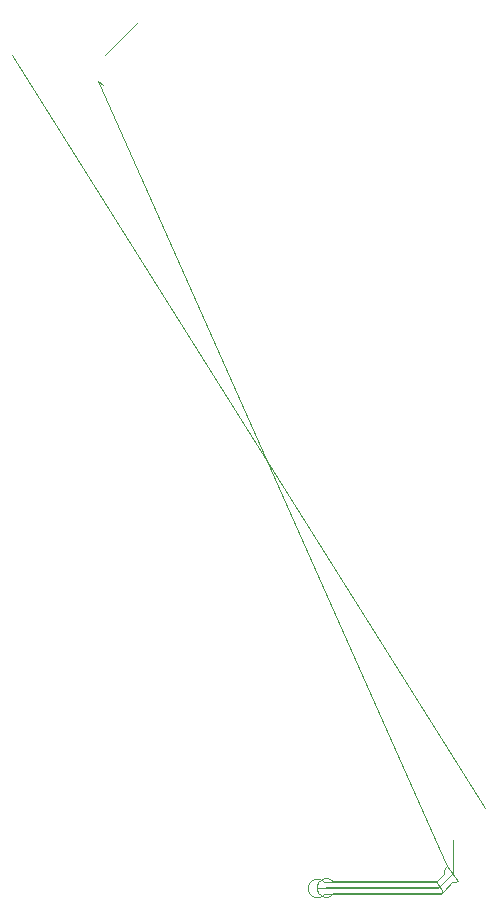
<source format=gbr>
From 7fafbc6451149cec685105b3650a95243de1ab7b Mon Sep 17 00:00:00 2001
From: jaseg <git@jaseg.net>
Date: Thu, 31 Jan 2019 09:46:31 +0900
Subject: driver: Move traces away from board edge

---
 driver/gerber/driver-B.Cu.gbr | 104 +++++++++++++++++++++---------------------
 1 file changed, 53 insertions(+), 51 deletions(-)

(limited to 'driver/gerber/driver-B.Cu.gbr')

diff --git a/driver/gerber/driver-B.Cu.gbr b/driver/gerber/driver-B.Cu.gbr
index 6518180..9c8886a 100644
--- a/driver/gerber/driver-B.Cu.gbr
+++ b/driver/gerber/driver-B.Cu.gbr
@@ -1,12 +1,12 @@
 G04 #@! TF.GenerationSoftware,KiCad,Pcbnew,(5.0.1)*
-G04 #@! TF.CreationDate,2019-01-31T09:39:21+09:00*
+G04 #@! TF.CreationDate,2019-01-31T09:46:25+09:00*
 G04 #@! TF.ProjectId,driver,6472697665722E6B696361645F706362,rev?*
 G04 #@! TF.SameCoordinates,Original*
 G04 #@! TF.FileFunction,Copper,L2,Bot,Signal*
 G04 #@! TF.FilePolarity,Positive*
 %FSLAX46Y46*%
 G04 Gerber Fmt 4.6, Leading zero omitted, Abs format (unit mm)*
-G04 Created by KiCad (PCBNEW (5.0.1)) date Thu Jan 31 09:39:21 2019*
+G04 Created by KiCad (PCBNEW (5.0.1)) date Thu Jan 31 09:46:25 2019*
 %MOMM*%
 %LPD*%
 G01*
@@ -815,11 +815,11 @@ X120100000Y-89900000D03*
 X124300000Y-90374990D03*
 X156900000Y-84600000D03*
 G04 #@! TO.N,+3V3*
-X144750000Y-150650000D03*
 X156250000Y-149400000D03*
 X117200000Y-79000000D03*
 X129600000Y-77300000D03*
 X158989324Y-143889324D03*
+X145500000Y-150600000D03*
 G04 #@! TO.N,/VIN_MON*
 X126600000Y-82700000D03*
 X119300000Y-82900000D03*
@@ -1086,10 +1086,6 @@ X123600000Y-73400000D02*
 X123600000Y-71250000D01*
 D34*
 G04 #@! TO.N,+3V3*
-X144750000Y-150650000D02*
-X155000000Y-150650000D01*
-X155000000Y-150650000D02*
-X156250000Y-149400000D01*
 X156250000Y-146628648D02*
 X156250000Y-149400000D01*
 X158989324Y-143889324D02*
@@ -1109,6 +1105,12 @@ X118890686Y-80125001D01*
 X129600000Y-77300000D02*
 X126774999Y-80125001D01*
 D34*
+X155050000Y-150600000D02*
+X146065685Y-150600000D01*
+X156250000Y-149400000D02*
+X155050000Y-150600000D01*
+X146065685Y-150600000D02*
+X145500000Y-150600000D01*
 G04 #@! TO.N,/VIN_MON*
 X126600000Y-82700000D02*
 X126200000Y-82300000D01*
@@ -2020,28 +2022,28 @@ X155748001Y-148803155D01*
 X155591291Y-148959865D01*
 X155473000Y-149245445D01*
 X155473000Y-149467065D01*
-X154792066Y-150148000D01*
-X145346844Y-150148000D01*
-X145190135Y-149991291D01*
-X144904555Y-149873000D01*
-X144595445Y-149873000D01*
-X144309865Y-149991291D01*
-X144091291Y-150209865D01*
-X143973000Y-150495445D01*
-X143973000Y-150804555D01*
-X144091291Y-151090135D01*
-X144309865Y-151308709D01*
-X144595445Y-151427000D01*
-X144904555Y-151427000D01*
-X145190135Y-151308709D01*
-X145346844Y-151152000D01*
-X154950566Y-151152000D01*
-X155000000Y-151161833D01*
-X155049434Y-151152000D01*
-X155049439Y-151152000D01*
-X155195870Y-151122873D01*
-X155361921Y-151011921D01*
-X155389927Y-150970007D01*
+X154842066Y-150098000D01*
+X146096844Y-150098000D01*
+X145940135Y-149941291D01*
+X145654555Y-149823000D01*
+X145345445Y-149823000D01*
+X145059865Y-149941291D01*
+X144841291Y-150159865D01*
+X144723000Y-150445445D01*
+X144723000Y-150754555D01*
+X144841291Y-151040135D01*
+X145059865Y-151258709D01*
+X145345445Y-151377000D01*
+X145654555Y-151377000D01*
+X145940135Y-151258709D01*
+X146096844Y-151102000D01*
+X155000566Y-151102000D01*
+X155050000Y-151111833D01*
+X155099434Y-151102000D01*
+X155099439Y-151102000D01*
+X155245870Y-151072873D01*
+X155411921Y-150961921D01*
+X155439927Y-150920007D01*
 X156182935Y-150177000D01*
 X156404555Y-150177000D01*
 X156680011Y-150062903D01*
@@ -2108,28 +2110,28 @@ X155748001Y-148803155D01*
 X155591291Y-148959865D01*
 X155473000Y-149245445D01*
 X155473000Y-149467065D01*
-X154792066Y-150148000D01*
-X145346844Y-150148000D01*
-X145190135Y-149991291D01*
-X144904555Y-149873000D01*
-X144595445Y-149873000D01*
-X144309865Y-149991291D01*
-X144091291Y-150209865D01*
-X143973000Y-150495445D01*
-X143973000Y-150804555D01*
-X144091291Y-151090135D01*
-X144309865Y-151308709D01*
-X144595445Y-151427000D01*
-X144904555Y-151427000D01*
-X145190135Y-151308709D01*
-X145346844Y-151152000D01*
-X154950566Y-151152000D01*
-X155000000Y-151161833D01*
-X155049434Y-151152000D01*
-X155049439Y-151152000D01*
-X155195870Y-151122873D01*
-X155361921Y-151011921D01*
-X155389927Y-150970007D01*
+X154842066Y-150098000D01*
+X146096844Y-150098000D01*
+X145940135Y-149941291D01*
+X145654555Y-149823000D01*
+X145345445Y-149823000D01*
+X145059865Y-149941291D01*
+X144841291Y-150159865D01*
+X144723000Y-150445445D01*
+X144723000Y-150754555D01*
+X144841291Y-151040135D01*
+X145059865Y-151258709D01*
+X145345445Y-151377000D01*
+X145654555Y-151377000D01*
+X145940135Y-151258709D01*
+X146096844Y-151102000D01*
+X155000566Y-151102000D01*
+X155050000Y-151111833D01*
+X155099434Y-151102000D01*
+X155099439Y-151102000D01*
+X155245870Y-151072873D01*
+X155411921Y-150961921D01*
+X155439927Y-150920007D01*
 X156182935Y-150177000D01*
 X156404555Y-150177000D01*
 X156680011Y-150062903D01*
-- 
cgit 


</source>
